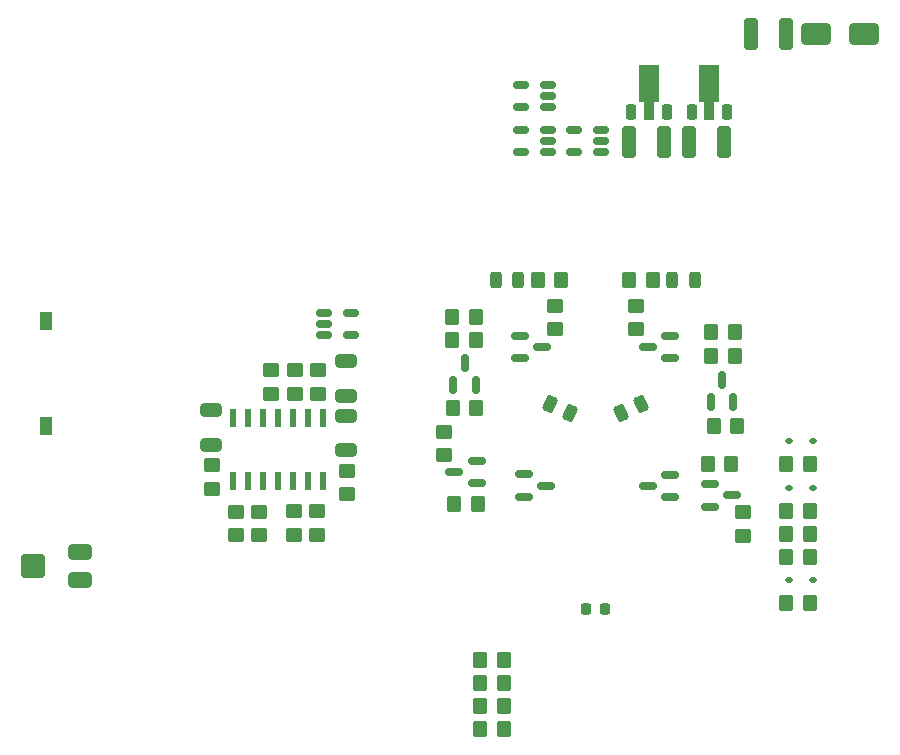
<source format=gtp>
%TF.GenerationSoftware,KiCad,Pcbnew,9.0.2*%
%TF.CreationDate,2025-07-02T07:21:28-06:00*%
%TF.ProjectId,Pico_H-bridge_complete,5069636f-5f48-42d6-9272-696467655f63,rev?*%
%TF.SameCoordinates,Original*%
%TF.FileFunction,Paste,Top*%
%TF.FilePolarity,Positive*%
%FSLAX46Y46*%
G04 Gerber Fmt 4.6, Leading zero omitted, Abs format (unit mm)*
G04 Created by KiCad (PCBNEW 9.0.2) date 2025-07-02 07:21:28*
%MOMM*%
%LPD*%
G01*
G04 APERTURE LIST*
G04 Aperture macros list*
%AMRoundRect*
0 Rectangle with rounded corners*
0 $1 Rounding radius*
0 $2 $3 $4 $5 $6 $7 $8 $9 X,Y pos of 4 corners*
0 Add a 4 corners polygon primitive as box body*
4,1,4,$2,$3,$4,$5,$6,$7,$8,$9,$2,$3,0*
0 Add four circle primitives for the rounded corners*
1,1,$1+$1,$2,$3*
1,1,$1+$1,$4,$5*
1,1,$1+$1,$6,$7*
1,1,$1+$1,$8,$9*
0 Add four rect primitives between the rounded corners*
20,1,$1+$1,$2,$3,$4,$5,0*
20,1,$1+$1,$4,$5,$6,$7,0*
20,1,$1+$1,$6,$7,$8,$9,0*
20,1,$1+$1,$8,$9,$2,$3,0*%
%AMFreePoly0*
4,1,9,3.862500,-0.866500,0.737500,-0.866500,0.737500,-0.450000,-0.737500,-0.450000,-0.737500,0.450000,0.737500,0.450000,0.737500,0.866500,3.862500,0.866500,3.862500,-0.866500,3.862500,-0.866500,$1*%
G04 Aperture macros list end*
%ADD10RoundRect,0.250000X0.650000X-0.325000X0.650000X0.325000X-0.650000X0.325000X-0.650000X-0.325000X0*%
%ADD11RoundRect,0.250000X-0.450000X0.350000X-0.450000X-0.350000X0.450000X-0.350000X0.450000X0.350000X0*%
%ADD12R,0.600000X1.550000*%
%ADD13RoundRect,0.250000X0.450000X-0.350000X0.450000X0.350000X-0.450000X0.350000X-0.450000X-0.350000X0*%
%ADD14RoundRect,0.250000X-0.325000X-1.100000X0.325000X-1.100000X0.325000X1.100000X-0.325000X1.100000X0*%
%ADD15RoundRect,0.150000X0.150000X-0.587500X0.150000X0.587500X-0.150000X0.587500X-0.150000X-0.587500X0*%
%ADD16RoundRect,0.250000X0.325000X1.100000X-0.325000X1.100000X-0.325000X-1.100000X0.325000X-1.100000X0*%
%ADD17RoundRect,0.150000X0.587500X0.150000X-0.587500X0.150000X-0.587500X-0.150000X0.587500X-0.150000X0*%
%ADD18RoundRect,0.250000X0.350000X0.450000X-0.350000X0.450000X-0.350000X-0.450000X0.350000X-0.450000X0*%
%ADD19RoundRect,0.243750X0.413732X0.310490X-0.028093X0.516516X-0.413732X-0.310490X0.028093X-0.516516X0*%
%ADD20RoundRect,0.250000X-0.350000X-0.450000X0.350000X-0.450000X0.350000X0.450000X-0.350000X0.450000X0*%
%ADD21RoundRect,0.150000X-0.587500X-0.150000X0.587500X-0.150000X0.587500X0.150000X-0.587500X0.150000X0*%
%ADD22RoundRect,0.150000X0.512500X0.150000X-0.512500X0.150000X-0.512500X-0.150000X0.512500X-0.150000X0*%
%ADD23RoundRect,0.250000X-1.000000X-0.650000X1.000000X-0.650000X1.000000X0.650000X-1.000000X0.650000X0*%
%ADD24RoundRect,0.150000X-0.512500X-0.150000X0.512500X-0.150000X0.512500X0.150000X-0.512500X0.150000X0*%
%ADD25RoundRect,0.243750X-0.028093X-0.516516X0.413732X-0.310490X0.028093X0.516516X-0.413732X0.310490X0*%
%ADD26RoundRect,0.225000X-0.225000X-0.250000X0.225000X-0.250000X0.225000X0.250000X-0.225000X0.250000X0*%
%ADD27RoundRect,0.225000X0.225000X-0.425000X0.225000X0.425000X-0.225000X0.425000X-0.225000X-0.425000X0*%
%ADD28FreePoly0,90.000000*%
%ADD29RoundRect,0.112500X-0.187500X-0.112500X0.187500X-0.112500X0.187500X0.112500X-0.187500X0.112500X0*%
%ADD30RoundRect,0.243750X0.243750X0.456250X-0.243750X0.456250X-0.243750X-0.456250X0.243750X-0.456250X0*%
%ADD31RoundRect,0.243750X-0.243750X-0.456250X0.243750X-0.456250X0.243750X0.456250X-0.243750X0.456250X0*%
%ADD32R,1.100000X1.500000*%
%ADD33RoundRect,0.250000X-0.750000X0.400000X-0.750000X-0.400000X0.750000X-0.400000X0.750000X0.400000X0*%
%ADD34RoundRect,0.250000X-0.750000X0.750000X-0.750000X-0.750000X0.750000X-0.750000X0.750000X0.750000X0*%
G04 APERTURE END LIST*
D10*
%TO.C,C1*%
X100610000Y-91755000D03*
X100610000Y-94705000D03*
%TD*%
D11*
%TO.C,R13*%
X104645000Y-102370000D03*
X104645000Y-100370000D03*
%TD*%
D12*
%TO.C,U5*%
X102425000Y-92415000D03*
X103695000Y-92415000D03*
X104965000Y-92415000D03*
X106235000Y-92415000D03*
X107505000Y-92415000D03*
X108775000Y-92415000D03*
X110045000Y-92415000D03*
X110045000Y-97815000D03*
X108775000Y-97815000D03*
X107505000Y-97815000D03*
X106235000Y-97815000D03*
X104965000Y-97815000D03*
X103695000Y-97815000D03*
X102425000Y-97815000D03*
%TD*%
D13*
%TO.C,R14*%
X112050000Y-96900000D03*
X112050000Y-98900000D03*
%TD*%
D11*
%TO.C,R16*%
X109555000Y-102330000D03*
X109555000Y-100330000D03*
%TD*%
D14*
%TO.C,C8*%
X144000000Y-69090000D03*
X141050000Y-69090000D03*
%TD*%
D15*
%TO.C,Q6*%
X143840000Y-89202500D03*
X144790000Y-91077500D03*
X142890000Y-91077500D03*
%TD*%
D16*
%TO.C,C4*%
X146295000Y-59905000D03*
X149245000Y-59905000D03*
%TD*%
D17*
%TO.C,Q2*%
X137587500Y-98210000D03*
X139462500Y-97260000D03*
X139462500Y-99160000D03*
%TD*%
D18*
%TO.C,R4*%
X151270000Y-100281429D03*
X149270000Y-100281429D03*
%TD*%
%TO.C,R2*%
X128225000Y-80746000D03*
X130225000Y-80746000D03*
%TD*%
D19*
%TO.C,D3*%
X129265337Y-91223796D03*
X130964663Y-92016204D03*
%TD*%
D20*
%TO.C,R1*%
X137989000Y-80746000D03*
X135989000Y-80746000D03*
%TD*%
D21*
%TO.C,Q8*%
X144657500Y-99000000D03*
X142782500Y-99950000D03*
X142782500Y-98050000D03*
%TD*%
D22*
%TO.C,U8*%
X126832500Y-69955000D03*
X126832500Y-68055000D03*
X129107500Y-68055000D03*
X129107500Y-69005000D03*
X129107500Y-69955000D03*
%TD*%
D21*
%TO.C,Q1*%
X128931238Y-98166260D03*
X127056238Y-99116260D03*
X127056238Y-97216260D03*
%TD*%
D20*
%TO.C,R30*%
X122990000Y-83900000D03*
X120990000Y-83900000D03*
%TD*%
%TO.C,R25*%
X149270000Y-102233571D03*
X151270000Y-102233571D03*
%TD*%
D23*
%TO.C,D5*%
X155820000Y-59960000D03*
X151820000Y-59960000D03*
%TD*%
D22*
%TO.C,U10*%
X131327500Y-69945000D03*
X131327500Y-68045000D03*
X133602500Y-68045000D03*
X133602500Y-68995000D03*
X133602500Y-69945000D03*
%TD*%
D13*
%TO.C,R28*%
X145620000Y-100400000D03*
X145620000Y-102400000D03*
%TD*%
D20*
%TO.C,R22*%
X144920000Y-87180000D03*
X142920000Y-87180000D03*
%TD*%
D24*
%TO.C,U11*%
X110127500Y-83550000D03*
X110127500Y-84500000D03*
X110127500Y-85450000D03*
X112402500Y-85450000D03*
X112402500Y-83550000D03*
%TD*%
D25*
%TO.C,D4*%
X136989664Y-91253795D03*
X135290336Y-92046205D03*
%TD*%
D18*
%TO.C,R6*%
X151270000Y-96377143D03*
X149270000Y-96377143D03*
%TD*%
D20*
%TO.C,R29*%
X122990000Y-85813333D03*
X120990000Y-85813333D03*
%TD*%
%TO.C,R26*%
X123167400Y-99700000D03*
X121167400Y-99700000D03*
%TD*%
D13*
%TO.C,R9*%
X136595000Y-82920000D03*
X136595000Y-84920000D03*
%TD*%
D20*
%TO.C,R31*%
X123040000Y-91600000D03*
X121040000Y-91600000D03*
%TD*%
D18*
%TO.C,R24*%
X151270000Y-104185714D03*
X149270000Y-104185714D03*
%TD*%
%TO.C,R27*%
X142620000Y-96300000D03*
X144620000Y-96300000D03*
%TD*%
D26*
%TO.C,C5*%
X133900000Y-108600000D03*
X132350000Y-108600000D03*
%TD*%
D14*
%TO.C,C12*%
X138885000Y-69100000D03*
X135935000Y-69100000D03*
%TD*%
D21*
%TO.C,Q3*%
X128612500Y-86410000D03*
X126737500Y-87360000D03*
X126737500Y-85460000D03*
%TD*%
D27*
%TO.C,U7*%
X139155000Y-66525000D03*
D28*
X137655000Y-66437500D03*
D27*
X136155000Y-66525000D03*
%TD*%
D15*
%TO.C,Q5*%
X122040000Y-87769167D03*
X122990000Y-89644167D03*
X121090000Y-89644167D03*
%TD*%
D29*
%TO.C,D7*%
X149470000Y-94425000D03*
X151570000Y-94425000D03*
%TD*%
D30*
%TO.C,D1*%
X139640500Y-80791000D03*
X141515500Y-80791000D03*
%TD*%
D29*
%TO.C,D14*%
X149470000Y-106137857D03*
X151570000Y-106137857D03*
%TD*%
D27*
%TO.C,U6*%
X144255000Y-66525000D03*
D28*
X142755000Y-66437500D03*
D27*
X141255000Y-66525000D03*
%TD*%
D11*
%TO.C,R7*%
X129695000Y-84920000D03*
X129695000Y-82920000D03*
%TD*%
%TO.C,R35*%
X120267400Y-95602500D03*
X120267400Y-93602500D03*
%TD*%
D20*
%TO.C,R8*%
X145120000Y-93100000D03*
X143120000Y-93100000D03*
%TD*%
D29*
%TO.C,D6*%
X149470000Y-98329286D03*
X151570000Y-98329286D03*
%TD*%
D17*
%TO.C,Q4*%
X137587500Y-86435000D03*
X139462500Y-85485000D03*
X139462500Y-87385000D03*
%TD*%
D22*
%TO.C,U9*%
X126832500Y-66120000D03*
X126832500Y-64220000D03*
X129107500Y-64220000D03*
X129107500Y-65170000D03*
X129107500Y-66120000D03*
%TD*%
D31*
%TO.C,D2*%
X126597500Y-80791000D03*
X124722500Y-80791000D03*
%TD*%
D18*
%TO.C,R10*%
X151270000Y-108090000D03*
X149270000Y-108090000D03*
%TD*%
D17*
%TO.C,Q7*%
X121182500Y-97000000D03*
X123057500Y-96050000D03*
X123057500Y-97950000D03*
%TD*%
D18*
%TO.C,R23*%
X142920000Y-85200000D03*
X144920000Y-85200000D03*
%TD*%
%TO.C,R5*%
X125380000Y-116790000D03*
X123380000Y-116790000D03*
%TD*%
D13*
%TO.C,R12*%
X102665000Y-102360000D03*
X102665000Y-100360000D03*
%TD*%
%TO.C,R17*%
X109670000Y-90410000D03*
X109670000Y-88410000D03*
%TD*%
%TO.C,R19*%
X105685000Y-90400000D03*
X105685000Y-88400000D03*
%TD*%
D18*
%TO.C,R3*%
X125380000Y-112890000D03*
X123380000Y-112890000D03*
%TD*%
D10*
%TO.C,C2*%
X111970000Y-95185000D03*
X111970000Y-92235000D03*
%TD*%
D20*
%TO.C,R20*%
X123360000Y-118750000D03*
X125360000Y-118750000D03*
%TD*%
D10*
%TO.C,C3*%
X111970000Y-90545000D03*
X111970000Y-87595000D03*
%TD*%
D20*
%TO.C,R21*%
X123365000Y-114850000D03*
X125365000Y-114850000D03*
%TD*%
D11*
%TO.C,R18*%
X107677500Y-88400000D03*
X107677500Y-90400000D03*
%TD*%
D32*
%TO.C,SW1*%
X86620000Y-93120000D03*
X86620000Y-84220000D03*
%TD*%
D33*
%TO.C,RV1*%
X89520000Y-106125000D03*
D34*
X85520000Y-104975000D03*
D33*
X89520000Y-103825000D03*
%TD*%
D13*
%TO.C,R15*%
X107575000Y-102340000D03*
X107575000Y-100340000D03*
%TD*%
%TO.C,R11*%
X100630000Y-98460000D03*
X100630000Y-96460000D03*
%TD*%
M02*

</source>
